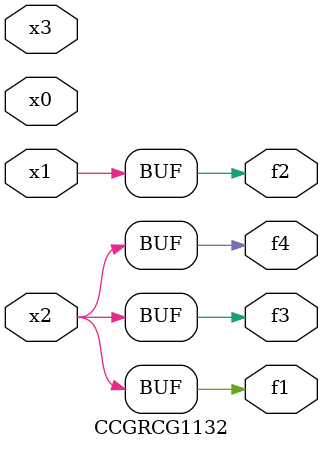
<source format=v>
module CCGRCG1132(
	input x0, x1, x2, x3,
	output f1, f2, f3, f4
);
	assign f1 = x2;
	assign f2 = x1;
	assign f3 = x2;
	assign f4 = x2;
endmodule

</source>
